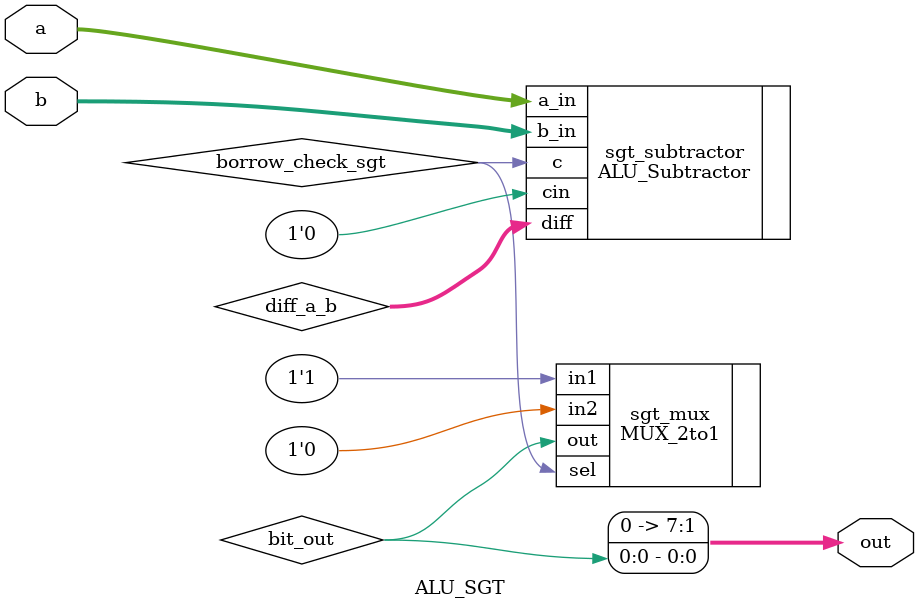
<source format=v>
`timescale 1ns / 1ps


module ALU_SGT #(parameter SIZE = 8) (a, b, out);
    input [SIZE - 1:0] a,b;
    output [SIZE - 1:0] out;
    
    wire [SIZE - 1:0] diff_a_b;
    wire borrow_check_sgt;
    wire bit_out;
    
    ALU_Subtractor #(.SIZE(SIZE)) sgt_subtractor(.a_in(a), .b_in(b), .cin(1'b0), .diff(diff_a_b), .c(borrow_check_sgt));
       
    MUX_2to1 sgt_mux(.in1(1'b1), .in2(1'b0), .sel(borrow_check_sgt), .out(bit_out));
    
    assign out = {{(SIZE-1){1'b0}}, bit_out};
    
endmodule

</source>
